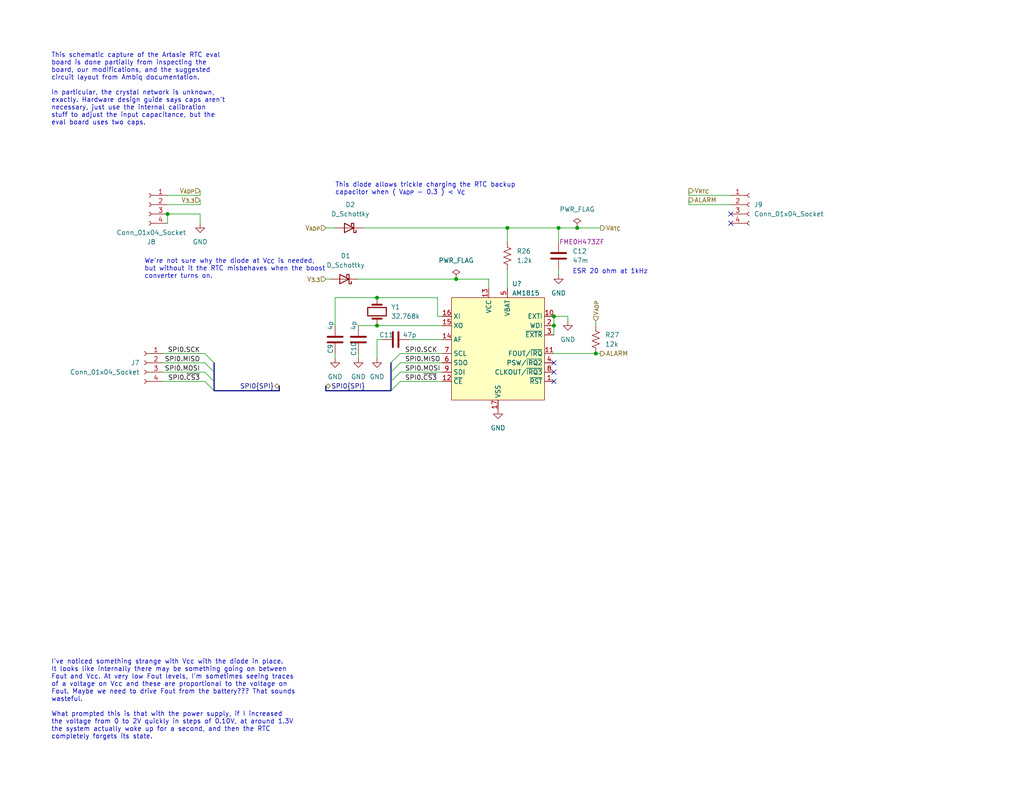
<source format=kicad_sch>
(kicad_sch (version 20230121) (generator eeschema)
  (paper "USLetter")
  (title_block (title "Artemia: Time") (date "2023-09-13") (rev "${REV}") (company "UC San Diego") (comment 1 "Author: ${AUTHOR}"))
  (lib_symbols
    (symbol "Connector:Conn_01x04_Socket" (pin_names (offset 1.016) hide)
      (property "Reference" "J" (at 0 5.08 0))
      (property "Value" "Conn_01x04_Socket" (at 0 -7.62 0))
      (symbol "Conn_01x04_Socket_1_1"
        (arc (start 0 -4.572) (mid -0.5058 -5.08) (end 0 -5.588) (stroke (width 0.1524)))
        (arc (start 0 -2.032) (mid -0.5058 -2.54) (end 0 -3.048) (stroke (width 0.1524)))
        (polyline (pts (xy -1.27 -5.08) (xy -0.508 -5.08)) (stroke (width 0.1524)))
        (polyline (pts (xy -1.27 -2.54) (xy -0.508 -2.54)) (stroke (width 0.1524)))
        (polyline (pts (xy -1.27 0) (xy -0.508 0)) (stroke (width 0.1524)))
        (polyline (pts (xy -1.27 2.54) (xy -0.508 2.54)) (stroke (width 0.1524)))
        (arc (start 0 0.508) (mid -0.5058 0) (end 0 -0.508) (stroke (width 0.1524)))
        (arc (start 0 3.048) (mid -0.5058 2.54) (end 0 2.032) (stroke (width 0.1524)))
        (pin passive line (at -5.08 2.54 0) (length 3.81) (name "Pin_1") (number "1"))
        (pin passive line (at -5.08 0 0) (length 3.81) (name "Pin_2") (number "2"))
        (pin passive line (at -5.08 -2.54 0) (length 3.81) (name "Pin_3") (number "3"))
        (pin passive line (at -5.08 -5.08 0) (length 3.81) (name "Pin_4") (number "4"))
      )
    )
    (symbol "Device:C" (pin_numbers hide) (pin_names (offset 0.254))
      (property "Reference" "C" (at 0.635 2.54 0))
      (property "Value" "C" (at 0.635 -2.54 0))
      (symbol "C_0_1"
        (polyline (pts (xy -2.032 -0.762) (xy 2.032 -0.762)) (stroke (width 0.508)))
        (polyline (pts (xy -2.032 0.762) (xy 2.032 0.762)) (stroke (width 0.508)))
      )
      (symbol "C_1_1"
        (pin passive line (at 0 3.81 270) (length 2.794) (name "~") (number "1"))
        (pin passive line (at 0 -3.81 90) (length 2.794) (name "~") (number "2"))
      )
    )
    (symbol "Device:Crystal" (pin_numbers hide) (pin_names (offset 1.016) hide)
      (property "Reference" "Y" (at 0 3.81 0))
      (property "Value" "Crystal" (at 0 -3.81 0))
      (symbol "Crystal_0_1"
        (rectangle (start -1.143 2.54) (end 1.143 -2.54) (stroke (width 0.3048)))
        (polyline (pts (xy -2.54 0) (xy -1.905 0)))
        (polyline (pts (xy -1.905 -1.27) (xy -1.905 1.27)) (stroke (width 0.508)))
        (polyline (pts (xy 1.905 -1.27) (xy 1.905 1.27)) (stroke (width 0.508)))
        (polyline (pts (xy 2.54 0) (xy 1.905 0)))
      )
      (symbol "Crystal_1_1"
        (pin passive line (at -3.81 0 0) (length 1.27) (name "1") (number "1"))
        (pin passive line (at 3.81 0 180) (length 1.27) (name "2") (number "2"))
      )
    )
    (symbol "Device:D_Schottky" (pin_numbers hide) (pin_names (offset 1.016) hide)
      (property "Reference" "D" (at 0 2.54 0))
      (property "Value" "D_Schottky" (at 0 -2.54 0))
      (symbol "D_Schottky_0_1"
        (polyline (pts (xy 1.27 0) (xy -1.27 0)))
        (polyline (pts (xy 1.27 1.27) (xy 1.27 -1.27) (xy -1.27 0) (xy 1.27 1.27)) (stroke (width 0.254)))
        (polyline (pts (xy -1.905 0.635) (xy -1.905 1.27) (xy -1.27 1.27) (xy -1.27 -1.27) (xy -0.635 -1.27) (xy -0.635 -0.635)) (stroke (width 0.254)))
      )
      (symbol "D_Schottky_1_1"
        (pin passive line (at -3.81 0 0) (length 2.54) (name "K") (number "1"))
        (pin passive line (at 3.81 0 180) (length 2.54) (name "A") (number "2"))
      )
    )
    (symbol "Device:R_US" (pin_numbers hide) (pin_names (offset 0))
      (property "Reference" "R" (at 2.54 0 90))
      (property "Value" "R_US" (at -2.54 0 90))
      (symbol "R_US_0_1"
        (polyline (pts (xy 0 -2.286) (xy 0 -2.54)))
        (polyline (pts (xy 0 2.286) (xy 0 2.54)))
        (polyline (pts (xy 0 -0.762) (xy 1.016 -1.143) (xy 0 -1.524) (xy -1.016 -1.905) (xy 0 -2.286)))
        (polyline (pts (xy 0 0.762) (xy 1.016 0.381) (xy 0 0) (xy -1.016 -0.381) (xy 0 -0.762)))
        (polyline (pts (xy 0 2.286) (xy 1.016 1.905) (xy 0 1.524) (xy -1.016 1.143) (xy 0 0.762)))
      )
      (symbol "R_US_1_1"
        (pin passive line (at 0 3.81 270) (length 1.27) (name "~") (number "1"))
        (pin passive line (at 0 -3.81 90) (length 1.27) (name "~") (number "2"))
      )
    )
    (symbol "Marcano_RTC:AM1815"
      (property "Reference" "U" (at 0 0 0))
      (property "Value" "AM1815" (at 0 2.54 0))
      (symbol "AM1815_0_0"
        (pin output line (at 15.24 -10.16 180) (length 2.54) (name "~{RST}") (number "1"))
        (pin input line (at 15.24 7.62 180) (length 2.54) (name "EXTI") (number "10"))
        (pin output line (at 15.24 -2.54 180) (length 2.54) (name "FOUT/~{IRQ}") (number "11"))
        (pin input line (at -15.24 -10.16 0) (length 2.54) (name "~{CE}") (number "12"))
        (pin power_in line (at -2.54 15.24 270) (length 2.54) (name "VCC") (number "13"))
        (pin passive line (at -15.24 1.27 0) (length 2.54) (name "AF") (number "14"))
        (pin input line (at -15.24 5.08 0) (length 2.54) (name "XO") (number "15"))
        (pin output line (at -15.24 7.62 0) (length 2.54) (name "XI") (number "16"))
        (pin power_in line (at 0 -17.78 90) (length 2.54) (name "VSS") (number "17"))
        (pin input line (at 15.24 5.08 180) (length 2.54) (name "WDI") (number "2"))
        (pin input line (at 15.24 2.54 180) (length 2.54) (name "~{EXTR}") (number "3"))
        (pin output line (at 15.24 -5.08 180) (length 2.54) (name "PSW/~{IRQ2}") (number "4"))
        (pin bidirectional line (at 2.54 15.24 270) (length 2.54) (name "VBAT") (number "5"))
        (pin output line (at -15.24 -5.08 0) (length 2.54) (name "SDO") (number "6"))
        (pin input line (at -15.24 -2.54 0) (length 2.54) (name "SCL") (number "7"))
        (pin output line (at 15.24 -7.62 180) (length 2.54) (name "CLKOUT/~{IRQ3}") (number "8"))
        (pin input line (at -15.24 -7.62 0) (length 2.54) (name "SDI") (number "9"))
      )
      (symbol "AM1815_1_1"
        (rectangle (start -12.7 12.7) (end 12.7 -15.24) (fill (type background)))
      )
    )
    (symbol "power:GND" (power) (pin_names (offset 0))
      (property "Value" "GND" (at 0 -3.81 0))
      (symbol "GND_0_1"
        (polyline (pts (xy 0 0) (xy 0 -1.27) (xy 1.27 -1.27) (xy 0 -2.54) (xy -1.27 -1.27) (xy 0 -1.27)))
      )
      (symbol "GND_1_1"
        (pin power_in line (at 0 0 270) (length 0) hide (name "GND") (number "1"))
      )
    )
    (symbol "power:PWR_FLAG" (power) (pin_numbers hide) (pin_names (offset 0) hide)
      (property "Value" "PWR_FLAG" (at 0 3.81 0))
      (symbol "PWR_FLAG_0_0"
        (pin power_out line (at 0 0 90) (length 0) (name "pwr") (number "1"))
      )
      (symbol "PWR_FLAG_0_1"
        (polyline (pts (xy 0 0) (xy 0 1.27) (xy -1.016 1.905) (xy 0 2.54) (xy 1.016 1.905) (xy 0 1.27)))
      )
    )
  )
  (bus_alias "SPI" (members "SCK" "MOSI" "MISO" "~{CS0}" "~{CS1}" "~{CS2}" "~{CS3}"))
  (junction (at 102.87 88.9))
  (junction (at 151.13 86.36))
  (junction (at 157.48 62.23))
  (junction (at 151.13 88.9))
  (junction (at 124.46 76.2))
  (junction (at 152.4 62.23))
  (junction (at 45.72 58.42))
  (junction (at 102.87 81.28))
  (junction (at 138.43 62.23))
  (junction (at 162.56 96.52))
  (no_connect (at 151.13 99.06))
  (no_connect (at 151.13 104.14))
  (no_connect (at 199.39 58.42))
  (no_connect (at 199.39 60.96))
  (no_connect (at 151.13 101.6))
  (bus_entry (at 58.42 99.06) (size -2.54 -2.54))
  (bus_entry (at 106.68 106.68) (size 2.54 -2.54))
  (bus_entry (at 106.68 101.6) (size 2.54 -2.54))
  (bus_entry (at 58.42 101.6) (size -2.54 -2.54))
  (bus_entry (at 58.42 106.68) (size -2.54 -2.54))
  (bus_entry (at 106.68 104.14) (size 2.54 -2.54))
  (bus_entry (at 106.68 99.06) (size 2.54 -2.54))
  (bus_entry (at 58.42 104.14) (size -2.54 -2.54))
  (wire (pts (xy 152.4 66.04) (xy 152.4 62.23)))
  (wire (pts (xy 119.38 81.28) (xy 119.38 86.36)))
  (wire (pts (xy 90.17 76.2) (xy 88.9 76.2)))
  (wire (pts (xy 133.35 76.2) (xy 133.35 78.74)))
  (wire (pts (xy 99.06 62.23) (xy 138.43 62.23)))
  (wire (pts (xy 120.65 86.36) (xy 119.38 86.36)))
  (bus (pts (xy 58.42 99.06) (xy 58.42 101.6)))
  (wire (pts (xy 102.87 81.28) (xy 119.38 81.28)))
  (wire (pts (xy 54.61 52.07) (xy 54.61 53.34)))
  (wire (pts (xy 104.14 92.71) (xy 102.87 92.71)))
  (wire (pts (xy 138.43 73.66) (xy 138.43 78.74)))
  (wire (pts (xy 109.22 104.14) (xy 120.65 104.14)))
  (wire (pts (xy 54.61 55.88) (xy 45.72 55.88)))
  (wire (pts (xy 187.96 52.07) (xy 187.96 53.34)))
  (wire (pts (xy 97.79 96.52) (xy 97.79 97.79)))
  (wire (pts (xy 97.79 76.2) (xy 124.46 76.2)))
  (wire (pts (xy 45.72 58.42) (xy 54.61 58.42)))
  (bus (pts (xy 106.68 104.14) (xy 106.68 106.68)))
  (bus (pts (xy 106.68 99.06) (xy 106.68 101.6)))
  (wire (pts (xy 138.43 62.23) (xy 152.4 62.23)))
  (wire (pts (xy 55.88 96.52) (xy 44.45 96.52)))
  (wire (pts (xy 187.96 55.88) (xy 199.39 55.88)))
  (wire (pts (xy 151.13 88.9) (xy 151.13 86.36)))
  (wire (pts (xy 187.96 54.61) (xy 187.96 55.88)))
  (bus (pts (xy 88.9 106.68) (xy 106.68 106.68)))
  (wire (pts (xy 124.46 76.2) (xy 133.35 76.2)))
  (wire (pts (xy 102.87 92.71) (xy 102.87 97.79)))
  (wire (pts (xy 162.56 96.52) (xy 163.83 96.52)))
  (wire (pts (xy 138.43 66.04) (xy 138.43 62.23)))
  (wire (pts (xy 109.22 99.06) (xy 120.65 99.06)))
  (wire (pts (xy 102.87 88.9) (xy 120.65 88.9)))
  (wire (pts (xy 91.44 81.28) (xy 91.44 88.9)))
  (wire (pts (xy 55.88 101.6) (xy 44.45 101.6)))
  (wire (pts (xy 55.88 104.14) (xy 44.45 104.14)))
  (wire (pts (xy 109.22 96.52) (xy 120.65 96.52)))
  (wire (pts (xy 91.44 96.52) (xy 91.44 97.79)))
  (wire (pts (xy 54.61 58.42) (xy 54.61 60.96)))
  (bus (pts (xy 76.2 106.68) (xy 58.42 106.68)))
  (wire (pts (xy 187.96 53.34) (xy 199.39 53.34)))
  (bus (pts (xy 58.42 101.6) (xy 58.42 104.14)))
  (bus (pts (xy 58.42 104.14) (xy 58.42 106.68)))
  (wire (pts (xy 54.61 53.34) (xy 45.72 53.34)))
  (wire (pts (xy 152.4 73.66) (xy 152.4 74.93)))
  (wire (pts (xy 45.72 58.42) (xy 45.72 60.96)))
  (bus (pts (xy 88.9 105.41) (xy 88.9 106.68)))
  (wire (pts (xy 151.13 96.52) (xy 162.56 96.52)))
  (wire (pts (xy 109.22 101.6) (xy 120.65 101.6)))
  (wire (pts (xy 154.94 86.36) (xy 154.94 87.63)))
  (bus (pts (xy 106.68 101.6) (xy 106.68 104.14)))
  (wire (pts (xy 157.48 62.23) (xy 163.83 62.23)))
  (wire (pts (xy 151.13 86.36) (xy 154.94 86.36)))
  (wire (pts (xy 151.13 91.44) (xy 151.13 88.9)))
  (wire (pts (xy 54.61 54.61) (xy 54.61 55.88)))
  (wire (pts (xy 97.79 88.9) (xy 102.87 88.9)))
  (wire (pts (xy 91.44 81.28) (xy 102.87 81.28)))
  (wire (pts (xy 162.56 87.63) (xy 162.56 88.9)))
  (wire (pts (xy 88.9 62.23) (xy 91.44 62.23)))
  (wire (pts (xy 111.76 92.71) (xy 120.65 92.71)))
  (wire (pts (xy 55.88 99.06) (xy 44.45 99.06)))
  (bus (pts (xy 76.2 105.41) (xy 76.2 106.68)))
  (wire (pts (xy 152.4 62.23) (xy 157.48 62.23)))
  (text "This schematic capture of the Artasie RTC eval\nboard is done partially from inspecting the\nboard, our modifications, and the suggested\ncircuit layout from Ambiq documentation.\n\nIn particular, the crystal network is unknown,\nexactly. Hardware design guide says caps aren't\nnecessary, just use the internal calibration\nstuff to adjust the input capacitance, but the\neval board uses two caps." (at 13.97 34.29 0) (effects (font (size 1.27 1.27)) (justify left bottom)))
  (text "We're not sure why the diode at V_{CC} is needed,\nbut without it the RTC misbehaves when the boost\nconverter turns on." (at 39.37 76.2 0) (effects (font (size 1.27 1.27)) (justify left bottom)))
  (text "This diode allows trickle charging the RTC backup\ncapacitor when ( V_{ADP} - 0.3 ) < V_{C}" (at 91.44 53.34 0) (effects (font (size 1.27 1.27)) (justify left bottom)))
  (text "I've noticed something strange with Vcc with the diode in place.\nIt looks like internally there may be something going on between\nFout and Vcc. At very low Fout levels, I'm sometimes seeing traces\nof a voltage on Vcc and these are proportional to the voltage on\nFout. Maybe we need to drive Fout from the battery??? That sounds\nwasteful.\n\nWhat prompted this is that with the power supply, if I increased\nthe voltage from 0 to 2V quickly in steps of 0.10V, at around 1.3V\nthe system actually woke up for a second, and then the RTC\ncompletely forgets its state." (at 13.97 201.93 0) (effects (font (size 1.27 1.27)) (justify left bottom)))
  (text "ESR 20 ohm at 1kHz" (at 156.21 74.93 0) (effects (font (size 1.27 1.27)) (justify left bottom)))
  (label "SPI0.MOSI" (at 54.61 101.6 180))
  (label "SPI0.MISO" (at 54.61 99.06 180))
  (label "SPI0.~{CS3}" (at 54.61 104.14 180))
  (label "SPI0.SCK" (at 110.49 96.52 0))
  (label "SPI0.SCK" (at 54.61 96.52 180))
  (label "SPI0.MOSI" (at 110.49 101.6 0))
  (label "SPI0.~{CS3}" (at 110.49 104.14 0))
  (label "SPI0.MISO" (at 110.49 99.06 0))
  (hierarchical_label "V_{ADP}" (shape input) (at 162.56 87.63 90))
  (hierarchical_label "ALARM" (shape output) (at 163.83 96.52 0))
  (hierarchical_label "SPI0{SPI}" (shape bidirectional) (at 76.2 105.41 180))
  (hierarchical_label "V_{RTC}" (shape output) (at 163.83 62.23 0))
  (hierarchical_label "SPI0{SPI}" (shape bidirectional) (at 88.9 105.41 0))
  (hierarchical_label "ALARM" (shape output) (at 187.96 54.61 0))
  (hierarchical_label "V_{ADP}" (shape input) (at 88.9 62.23 180))
  (hierarchical_label "V_{ADP}" (shape input) (at 54.61 52.07 180))
  (hierarchical_label "V_{3.3}" (shape input) (at 54.61 54.61 180))
  (hierarchical_label "V_{RTC}" (shape output) (at 187.96 52.07 0))
  (hierarchical_label "V_{3.3}" (shape input) (at 88.9 76.2 180))
  (symbol (lib_id "Device:D_Schottky") (at 95.25 62.23 180) (unit 1)
    (property "Reference" "D2" (at 95.5675 55.88 0))
    (property "Value" "D_Schottky" (at 95.5675 58.42 0))
  )
  (symbol (lib_id "Connector:Conn_01x04_Socket") (at 39.37 99.06 0) (mirror y) (unit 1)
    (property "Reference" "J7" (at 38.1 99.06 0) (effects (justify left)))
    (property "Value" "Conn_01x04_Socket" (at 38.1 101.6 0) (effects (justify left)))
    (property "Footprint" "Connector_PinHeader_2.54mm:PinHeader_1x04_P2.54mm_Vertical" (effects hide))
  )
  (symbol (lib_id "Device:Crystal") (at 102.87 85.09 270) (unit 1)
    (property "Reference" "Y1" (at 106.68 83.82 90) (effects (justify left)))
    (property "Value" "32.768k" (at 106.68 86.36 90) (effects (justify left)))
  )
  (symbol (lib_id "Device:C") (at 91.44 92.71 0) (unit 1)
    (property "Reference" "C9" (at 90.17 95.25 90))
    (property "Value" "4p" (at 90.17 88.9 90))
    (property "Footprint" "Capacitor_SMD:C_0603_1608Metric_Pad1.08x0.95mm_HandSolder" (effects hide))
  )
  (symbol (lib_id "Device:C") (at 107.95 92.71 270) (unit 1)
    (property "Reference" "C11" (at 105.41 91.44 90))
    (property "Value" "47p" (at 111.76 91.44 90))
    (property "Footprint" "Capacitor_SMD:C_0603_1608Metric_Pad1.08x0.95mm_HandSolder" (effects hide))
  )
  (symbol (lib_id "power:GND") (at 154.94 87.63 0) (unit 1)
    (property "Reference" "#PWR040" (effects hide))
    (property "Value" "GND" (at 154.94 92.71 0))
  )
  (symbol (lib_id "Device:C") (at 152.4 69.85 180) (unit 1)
    (property "Reference" "C12" (at 156.21 68.58 0) (effects (justify right)))
    (property "Value" "47m" (at 156.21 71.12 0) (effects (justify right)))
    (property "Footprint" "Capacitor_SMD:C_0603_1608Metric_Pad1.08x0.95mm_HandSolder" (effects hide))
    (property "Datasheet" "https://connect.kemet.com:7667/gateway/IntelliData-ComponentDocumentation/1.0/download/datasheet/FMC0H334ZF" (effects hide))
    (property "Manufacturer Product Number" "FME0H473ZF" (at 158.75 66.04 0))
  )
  (symbol (lib_id "Connector:Conn_01x04_Socket") (at 40.64 55.88 0) (mirror y) (unit 1)
    (property "Reference" "J8" (at 41.275 66.04 0))
    (property "Value" "Conn_01x04_Socket" (at 41.275 63.5 0))
    (property "Footprint" "Connector_PinHeader_2.54mm:PinHeader_1x04_P2.54mm_Vertical" (effects hide))
  )
  (symbol (lib_id "power:PWR_FLAG") (at 124.46 76.2 0) (unit 1)
    (property "Reference" "#FLG04" (effects hide))
    (property "Value" "PWR_FLAG" (at 124.46 71.12 0))
  )
  (symbol (lib_id "power:GND") (at 54.61 60.96 0) (unit 1)
    (property "Reference" "#PWR034" (effects hide))
    (property "Value" "GND" (at 54.61 66.04 0))
  )
  (symbol (lib_id "power:PWR_FLAG") (at 157.48 62.23 0) (unit 1)
    (property "Reference" "#FLG05" (effects hide))
    (property "Value" "PWR_FLAG" (at 157.48 57.15 0))
  )
  (symbol (lib_id "power:GND") (at 135.89 111.76 0) (unit 1)
    (property "Reference" "#PWR038" (effects hide))
    (property "Value" "GND" (at 135.89 116.84 0))
  )
  (symbol (lib_id "power:GND") (at 97.79 97.79 0) (unit 1)
    (property "Reference" "#PWR036" (effects hide))
    (property "Value" "GND" (at 97.79 102.87 0))
  )
  (symbol (lib_id "Device:R_US") (at 138.43 69.85 0) (unit 1)
    (property "Reference" "R26" (at 140.97 68.58 0) (effects (justify left)))
    (property "Value" "1.2k" (at 140.97 71.12 0) (effects (justify left)))
    (property "Footprint" "Resistor_SMD:R_0603_1608Metric_Pad0.98x0.95mm_HandSolder" (effects hide))
  )
  (symbol (lib_id "Device:D_Schottky") (at 93.98 76.2 180) (unit 1)
    (property "Reference" "D1" (at 94.2975 69.85 0))
    (property "Value" "D_Schottky" (at 94.2975 72.39 0))
  )
  (symbol (lib_id "power:GND") (at 152.4 74.93 0) (unit 1)
    (property "Reference" "#PWR039" (effects hide))
    (property "Value" "GND" (at 152.4 80.01 0))
  )
  (symbol (lib_id "power:GND") (at 91.44 97.79 0) (unit 1)
    (property "Reference" "#PWR035" (effects hide))
    (property "Value" "GND" (at 91.44 102.87 0))
  )
  (symbol (lib_id "Marcano_RTC:AM1815") (at 135.89 93.98 0) (unit 1)
    (property "Reference" "U?" (at 139.7 77.47 0) (effects (justify left)))
    (property "Value" "AM1815" (at 139.7 80.01 0) (effects (justify left)))
    (property "Datasheet" "https://ambiq.com/artasie-am1815/" (effects hide))
    (instances (project "artemia" (path "" (reference "U?") (unit 1)) (path "" (reference "U6") (unit 1))))
  )
  (symbol (lib_id "Device:C") (at 97.79 92.71 0) (unit 1)
    (property "Reference" "C10" (at 96.52 95.25 90))
    (property "Value" "4p" (at 96.52 88.9 90))
    (property "Footprint" "Capacitor_SMD:C_0603_1608Metric_Pad1.08x0.95mm_HandSolder" (effects hide))
  )
  (symbol (lib_id "power:GND") (at 102.87 97.79 0) (unit 1)
    (property "Reference" "#PWR037" (effects hide))
    (property "Value" "GND" (at 102.87 102.87 0))
  )
  (symbol (lib_id "Connector:Conn_01x04_Socket") (at 204.47 55.88 0) (unit 1)
    (property "Reference" "J9" (at 205.74 55.88 0) (effects (justify left)))
    (property "Value" "Conn_01x04_Socket" (at 205.74 58.42 0) (effects (justify left)))
    (property "Footprint" "Connector_PinHeader_2.54mm:PinHeader_1x04_P2.54mm_Vertical" (effects hide))
  )
  (symbol (lib_id "Device:R_US") (at 162.56 92.71 0) (unit 1)
    (property "Reference" "R27" (at 165.1 91.44 0) (effects (justify left)))
    (property "Value" "12k" (at 165.1 93.98 0) (effects (justify left)))
    (property "Footprint" "Resistor_SMD:R_0603_1608Metric_Pad0.98x0.95mm_HandSolder" (effects hide))
  )
)
</source>
